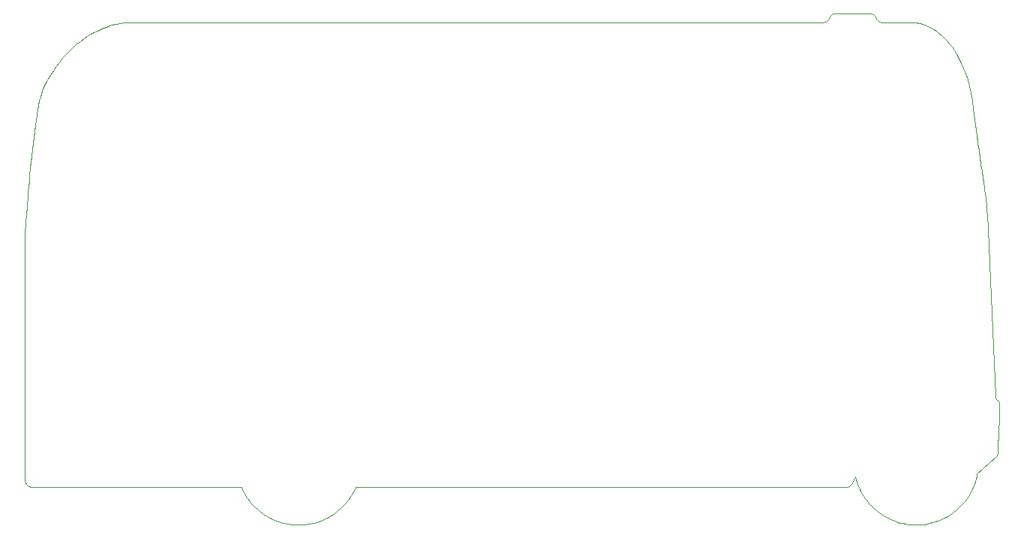
<source format=gm1>
G04 #@! TF.GenerationSoftware,KiCad,Pcbnew,(5.1.10)-1*
G04 #@! TF.CreationDate,2021-12-12T20:23:01-05:00*
G04 #@! TF.ProjectId,Bus Ornament,42757320-4f72-46e6-916d-656e742e6b69,rev?*
G04 #@! TF.SameCoordinates,Original*
G04 #@! TF.FileFunction,Profile,NP*
%FSLAX46Y46*%
G04 Gerber Fmt 4.6, Leading zero omitted, Abs format (unit mm)*
G04 Created by KiCad (PCBNEW (5.1.10)-1) date 2021-12-12 20:23:01*
%MOMM*%
%LPD*%
G01*
G04 APERTURE LIST*
G04 #@! TA.AperFunction,Profile*
%ADD10C,0.100000*%
G04 #@! TD*
G04 APERTURE END LIST*
D10*
X158648262Y-139634661D02*
X158965481Y-139627465D01*
X158965481Y-139627465D02*
X159279626Y-139606073D01*
X159279626Y-139606073D02*
X159590349Y-139570778D01*
X159590349Y-139570778D02*
X159897304Y-139521870D01*
X159897304Y-139521870D02*
X160200144Y-139459643D01*
X160200144Y-139459643D02*
X160498523Y-139384388D01*
X160498523Y-139384388D02*
X160792094Y-139296398D01*
X160792094Y-139296398D02*
X161080510Y-139195964D01*
X161080510Y-139195964D02*
X161363426Y-139083379D01*
X161363426Y-139083379D02*
X161640494Y-138958935D01*
X161640494Y-138958935D02*
X161911369Y-138822924D01*
X161911369Y-138822924D02*
X162175703Y-138675639D01*
X162175703Y-138675639D02*
X162433149Y-138517370D01*
X162433149Y-138517370D02*
X162683362Y-138348411D01*
X162683362Y-138348411D02*
X162925995Y-138169054D01*
X162925995Y-138169054D02*
X163160701Y-137979591D01*
X163160701Y-137979591D02*
X163387134Y-137780314D01*
X163387134Y-137780314D02*
X163604947Y-137571514D01*
X163604947Y-137571514D02*
X163813794Y-137353485D01*
X163813794Y-137353485D02*
X164013328Y-137126518D01*
X164013328Y-137126518D02*
X164203202Y-136890906D01*
X164203202Y-136890906D02*
X164383070Y-136646940D01*
X164383070Y-136646940D02*
X164552586Y-136394913D01*
X164552586Y-136394913D02*
X164711402Y-136135117D01*
X164711402Y-136135117D02*
X164859173Y-135867844D01*
X164859173Y-135867844D02*
X164995552Y-135593386D01*
X164995552Y-135593386D02*
X165120192Y-135312036D01*
X165120192Y-135312036D02*
X165232747Y-135024085D01*
X165232747Y-135024085D02*
X165332869Y-134729825D01*
X165332869Y-134729825D02*
X165420214Y-134429549D01*
X165420214Y-134429549D02*
X165494433Y-134123549D01*
X165494433Y-134123549D02*
X165555182Y-133812118D01*
X167750895Y-125450424D02*
X167686978Y-125364829D01*
X167686978Y-125364829D02*
X167641198Y-125269181D01*
X167641198Y-125269181D02*
X167614708Y-125166286D01*
X167614708Y-125166286D02*
X167608753Y-125107026D01*
X167942208Y-128663602D02*
X167964044Y-128559640D01*
X167964044Y-128559640D02*
X168012085Y-128457079D01*
X168012085Y-128457079D02*
X168060126Y-128355455D01*
X168060126Y-128355455D02*
X168081963Y-128254307D01*
X167908382Y-131374745D02*
X167910601Y-131228317D01*
X167910601Y-131228317D02*
X167912529Y-131099396D01*
X167912529Y-131099396D02*
X167914903Y-130938833D01*
X167914903Y-130938833D02*
X167917625Y-130752335D01*
X167917625Y-130752335D02*
X167919084Y-130651143D01*
X167919084Y-130651143D02*
X167920593Y-130545607D01*
X167920593Y-130545607D02*
X167922140Y-130436440D01*
X167922140Y-130436440D02*
X167923711Y-130324355D01*
X167923711Y-130324355D02*
X167925295Y-130210066D01*
X167925295Y-130210066D02*
X167926878Y-130094285D01*
X167926878Y-130094285D02*
X167928449Y-129977726D01*
X167928449Y-129977726D02*
X167929996Y-129861102D01*
X167929996Y-129861102D02*
X167931505Y-129745126D01*
X167931505Y-129745126D02*
X167932964Y-129630512D01*
X167932964Y-129630512D02*
X167934362Y-129517973D01*
X167934362Y-129517973D02*
X167935686Y-129408222D01*
X167935686Y-129408222D02*
X167936922Y-129301972D01*
X167936922Y-129301972D02*
X167938060Y-129199936D01*
X167938060Y-129199936D02*
X167939988Y-129011361D01*
X167939988Y-129011361D02*
X167941371Y-128848202D01*
X167941371Y-128848202D02*
X167942110Y-128716166D01*
X167942110Y-128716166D02*
X167942208Y-128663602D01*
X151810787Y-134162846D02*
X151884131Y-134458979D01*
X151884131Y-134458979D02*
X151969689Y-134749569D01*
X151969689Y-134749569D02*
X152067146Y-135034361D01*
X152067146Y-135034361D02*
X152176184Y-135313104D01*
X152176184Y-135313104D02*
X152296487Y-135585543D01*
X152296487Y-135585543D02*
X152427741Y-135851427D01*
X152427741Y-135851427D02*
X152569628Y-136110501D01*
X152569628Y-136110501D02*
X152721833Y-136362514D01*
X152721833Y-136362514D02*
X152884039Y-136607212D01*
X152884039Y-136607212D02*
X153055930Y-136844342D01*
X153055930Y-136844342D02*
X153237191Y-137073652D01*
X153237191Y-137073652D02*
X153427505Y-137294888D01*
X153427505Y-137294888D02*
X153626557Y-137507798D01*
X153626557Y-137507798D02*
X153834030Y-137712129D01*
X153834030Y-137712129D02*
X154049607Y-137907627D01*
X154049607Y-137907627D02*
X154272974Y-138094040D01*
X154272974Y-138094040D02*
X154503814Y-138271114D01*
X154503814Y-138271114D02*
X154741811Y-138438598D01*
X154741811Y-138438598D02*
X154986649Y-138596237D01*
X154986649Y-138596237D02*
X155238012Y-138743780D01*
X155238012Y-138743780D02*
X155495584Y-138880973D01*
X155495584Y-138880973D02*
X155759048Y-139007562D01*
X155759048Y-139007562D02*
X156028089Y-139123297D01*
X156028089Y-139123297D02*
X156302391Y-139227922D01*
X156302391Y-139227922D02*
X156581637Y-139321186D01*
X156581637Y-139321186D02*
X156865512Y-139402835D01*
X156865512Y-139402835D02*
X157153700Y-139472617D01*
X157153700Y-139472617D02*
X157445883Y-139530278D01*
X157445883Y-139530278D02*
X157741747Y-139575566D01*
X157741747Y-139575566D02*
X158040976Y-139608228D01*
X158040976Y-139608228D02*
X158343253Y-139628010D01*
X158343253Y-139628010D02*
X158648262Y-139634661D01*
X150732118Y-135382000D02*
X150842558Y-135374065D01*
X150842558Y-135374065D02*
X150949100Y-135350846D01*
X150949100Y-135350846D02*
X151050366Y-135313218D01*
X151050366Y-135313218D02*
X151144976Y-135262055D01*
X151144976Y-135262055D02*
X151231552Y-135198234D01*
X151231552Y-135198234D02*
X151308716Y-135122629D01*
X151308716Y-135122629D02*
X151375087Y-135036115D01*
X151375087Y-135036115D02*
X151429288Y-134939569D01*
X95391911Y-135382652D02*
X95550662Y-135382650D01*
X95550662Y-135382650D02*
X96013407Y-135382644D01*
X96013407Y-135382644D02*
X96759878Y-135382636D01*
X96759878Y-135382636D02*
X97769810Y-135382624D01*
X97769810Y-135382624D02*
X99022936Y-135382610D01*
X99022936Y-135382610D02*
X100498990Y-135382593D01*
X100498990Y-135382593D02*
X102177706Y-135382573D01*
X102177706Y-135382573D02*
X104038818Y-135382552D01*
X104038818Y-135382552D02*
X106062059Y-135382528D01*
X106062059Y-135382528D02*
X108227164Y-135382503D01*
X108227164Y-135382503D02*
X110513865Y-135382477D01*
X110513865Y-135382477D02*
X112901898Y-135382449D01*
X112901898Y-135382449D02*
X115370995Y-135382421D01*
X115370995Y-135382421D02*
X117900891Y-135382391D01*
X117900891Y-135382391D02*
X120471319Y-135382361D01*
X120471319Y-135382361D02*
X123062014Y-135382331D01*
X123062014Y-135382331D02*
X125652709Y-135382301D01*
X125652709Y-135382301D02*
X128223137Y-135382271D01*
X128223137Y-135382271D02*
X130753033Y-135382241D01*
X130753033Y-135382241D02*
X133222130Y-135382212D01*
X133222130Y-135382212D02*
X135610163Y-135382184D01*
X135610163Y-135382184D02*
X137896864Y-135382157D01*
X137896864Y-135382157D02*
X140061969Y-135382132D01*
X140061969Y-135382132D02*
X142085210Y-135382108D01*
X142085210Y-135382108D02*
X143946322Y-135382085D01*
X143946322Y-135382085D02*
X145625038Y-135382065D01*
X145625038Y-135382065D02*
X147101092Y-135382047D01*
X147101092Y-135382047D02*
X148354218Y-135382032D01*
X148354218Y-135382032D02*
X149364150Y-135382019D01*
X149364150Y-135382019D02*
X150110621Y-135382009D01*
X150110621Y-135382009D02*
X150573366Y-135382003D01*
X150573366Y-135382003D02*
X150732118Y-135382000D01*
X82505989Y-135384083D02*
X82613427Y-135622692D01*
X82613427Y-135622692D02*
X82729090Y-135855906D01*
X82729090Y-135855906D02*
X82852761Y-136083583D01*
X82852761Y-136083583D02*
X82984224Y-136305579D01*
X82984224Y-136305579D02*
X83123262Y-136521752D01*
X83123262Y-136521752D02*
X83269658Y-136731958D01*
X83269658Y-136731958D02*
X83423195Y-136936055D01*
X83423195Y-136936055D02*
X83583656Y-137133899D01*
X83583656Y-137133899D02*
X83750826Y-137325348D01*
X83750826Y-137325348D02*
X83924487Y-137510259D01*
X83924487Y-137510259D02*
X84104422Y-137688488D01*
X84104422Y-137688488D02*
X84290415Y-137859892D01*
X84290415Y-137859892D02*
X84482249Y-138024329D01*
X84482249Y-138024329D02*
X84679707Y-138181656D01*
X84679707Y-138181656D02*
X84882572Y-138331729D01*
X84882572Y-138331729D02*
X85090629Y-138474406D01*
X85090629Y-138474406D02*
X85303660Y-138609544D01*
X85303660Y-138609544D02*
X85521448Y-138736999D01*
X85521448Y-138736999D02*
X85743777Y-138856629D01*
X85743777Y-138856629D02*
X85970429Y-138968291D01*
X85970429Y-138968291D02*
X86201189Y-139071842D01*
X86201189Y-139071842D02*
X86435840Y-139167138D01*
X86435840Y-139167138D02*
X86674164Y-139254037D01*
X86674164Y-139254037D02*
X86915945Y-139332396D01*
X86915945Y-139332396D02*
X87160967Y-139402071D01*
X87160967Y-139402071D02*
X87409012Y-139462921D01*
X87409012Y-139462921D02*
X87659864Y-139514801D01*
X87659864Y-139514801D02*
X87913307Y-139557569D01*
X87913307Y-139557569D02*
X88169122Y-139591082D01*
X88169122Y-139591082D02*
X88427095Y-139615197D01*
X88427095Y-139615197D02*
X88687008Y-139629771D01*
X88687008Y-139629771D02*
X88948644Y-139634661D01*
X88948644Y-139634661D02*
X89210331Y-139629769D01*
X89210331Y-139629769D02*
X89470295Y-139615189D01*
X89470295Y-139615189D02*
X89728317Y-139591065D01*
X89728317Y-139591065D02*
X89984182Y-139557539D01*
X89984182Y-139557539D02*
X90237671Y-139514754D01*
X90237671Y-139514754D02*
X90488569Y-139462854D01*
X90488569Y-139462854D02*
X90736659Y-139401981D01*
X90736659Y-139401981D02*
X90981723Y-139332279D01*
X90981723Y-139332279D02*
X91223545Y-139253890D01*
X91223545Y-139253890D02*
X91461908Y-139166959D01*
X91461908Y-139166959D02*
X91696595Y-139071627D01*
X91696595Y-139071627D02*
X91927390Y-138968038D01*
X91927390Y-138968038D02*
X92154075Y-138856336D01*
X92154075Y-138856336D02*
X92376434Y-138736662D01*
X92376434Y-138736662D02*
X92594250Y-138609161D01*
X92594250Y-138609161D02*
X92807306Y-138473975D01*
X92807306Y-138473975D02*
X93015385Y-138331248D01*
X93015385Y-138331248D02*
X93218270Y-138181122D01*
X93218270Y-138181122D02*
X93415745Y-138023741D01*
X93415745Y-138023741D02*
X93607593Y-137859247D01*
X93607593Y-137859247D02*
X93793596Y-137687785D01*
X93793596Y-137687785D02*
X93973539Y-137509496D01*
X93973539Y-137509496D02*
X94147204Y-137324524D01*
X94147204Y-137324524D02*
X94314374Y-137133012D01*
X94314374Y-137133012D02*
X94474833Y-136935104D01*
X94474833Y-136935104D02*
X94628363Y-136730941D01*
X94628363Y-136730941D02*
X94774749Y-136520668D01*
X94774749Y-136520668D02*
X94913772Y-136304428D01*
X94913772Y-136304428D02*
X95045217Y-136082363D01*
X95045217Y-136082363D02*
X95168866Y-135854616D01*
X95168866Y-135854616D02*
X95284503Y-135621331D01*
X95284503Y-135621331D02*
X95391911Y-135382652D01*
X58081963Y-106571771D02*
X58081963Y-134535964D01*
X60118439Y-90354773D02*
X60014759Y-90605537D01*
X60014759Y-90605537D02*
X59912314Y-90919455D01*
X59912314Y-90919455D02*
X59811237Y-91291863D01*
X59811237Y-91291863D02*
X59711665Y-91718098D01*
X59711665Y-91718098D02*
X59613730Y-92193495D01*
X59613730Y-92193495D02*
X59517570Y-92713392D01*
X59517570Y-92713392D02*
X59423318Y-93273123D01*
X59423318Y-93273123D02*
X59331109Y-93868027D01*
X59331109Y-93868027D02*
X59241079Y-94493439D01*
X59241079Y-94493439D02*
X59153362Y-95144695D01*
X59153362Y-95144695D02*
X59068093Y-95817132D01*
X59068093Y-95817132D02*
X58985408Y-96506087D01*
X58985408Y-96506087D02*
X58905440Y-97206895D01*
X58905440Y-97206895D02*
X58828326Y-97914893D01*
X58828326Y-97914893D02*
X58754199Y-98625417D01*
X58754199Y-98625417D02*
X58683196Y-99333804D01*
X58683196Y-99333804D02*
X58615450Y-100035389D01*
X58615450Y-100035389D02*
X58551098Y-100725510D01*
X58551098Y-100725510D02*
X58490272Y-101399503D01*
X58490272Y-101399503D02*
X58433110Y-102052704D01*
X58433110Y-102052704D02*
X58379745Y-102680449D01*
X58379745Y-102680449D02*
X58330313Y-103278075D01*
X58330313Y-103278075D02*
X58284948Y-103840918D01*
X58284948Y-103840918D02*
X58243785Y-104364314D01*
X58243785Y-104364314D02*
X58206960Y-104843600D01*
X58206960Y-104843600D02*
X58174607Y-105274112D01*
X58174607Y-105274112D02*
X58146861Y-105651187D01*
X58146861Y-105651187D02*
X58123857Y-105970161D01*
X58123857Y-105970161D02*
X58105731Y-106226370D01*
X58105731Y-106226370D02*
X58092616Y-106415150D01*
X58092616Y-106415150D02*
X58084648Y-106531838D01*
X58084648Y-106531838D02*
X58081963Y-106571771D01*
X167639935Y-131986159D02*
X167716541Y-131909117D01*
X167716541Y-131909117D02*
X167781203Y-131823195D01*
X167781203Y-131823195D02*
X167833310Y-131729776D01*
X167833310Y-131729776D02*
X167872256Y-131630247D01*
X167872256Y-131630247D02*
X167897430Y-131525995D01*
X167897430Y-131525995D02*
X167908226Y-131418405D01*
X167908226Y-131418405D02*
X167908382Y-131374745D01*
X69701875Y-82852730D02*
X69550854Y-82858905D01*
X69550854Y-82858905D02*
X69437488Y-82867371D01*
X69437488Y-82867371D02*
X69295168Y-82881332D01*
X69295168Y-82881332D02*
X69125430Y-82902159D01*
X69125430Y-82902159D02*
X68929808Y-82931228D01*
X68929808Y-82931228D02*
X68709840Y-82969913D01*
X68709840Y-82969913D02*
X68467059Y-83019586D01*
X68467059Y-83019586D02*
X68203001Y-83081622D01*
X68203001Y-83081622D02*
X67919202Y-83157394D01*
X67919202Y-83157394D02*
X67617197Y-83248277D01*
X67617197Y-83248277D02*
X67298522Y-83355644D01*
X67298522Y-83355644D02*
X66964712Y-83480869D01*
X66964712Y-83480869D02*
X66617302Y-83625326D01*
X66617302Y-83625326D02*
X66257829Y-83790388D01*
X66257829Y-83790388D02*
X65887826Y-83977430D01*
X65887826Y-83977430D02*
X65508830Y-84187825D01*
X65508830Y-84187825D02*
X65122377Y-84422947D01*
X65122377Y-84422947D02*
X64730001Y-84684170D01*
X64730001Y-84684170D02*
X64333238Y-84972867D01*
X64333238Y-84972867D02*
X63933623Y-85290413D01*
X63933623Y-85290413D02*
X63532693Y-85638181D01*
X63532693Y-85638181D02*
X63131981Y-86017545D01*
X63131981Y-86017545D02*
X62733025Y-86429879D01*
X62733025Y-86429879D02*
X62337359Y-86876557D01*
X62337359Y-86876557D02*
X61946518Y-87358952D01*
X61946518Y-87358952D02*
X61562038Y-87878438D01*
X61562038Y-87878438D02*
X61185455Y-88436390D01*
X61185455Y-88436390D02*
X60818304Y-89034180D01*
X60818304Y-89034180D02*
X60462120Y-89673183D01*
X60462120Y-89673183D02*
X60118439Y-90354773D01*
X148160989Y-82852730D02*
X69701875Y-82852730D01*
X148721277Y-82544796D02*
X148657918Y-82628996D01*
X148657918Y-82628996D02*
X148583123Y-82701193D01*
X148583123Y-82701193D02*
X148498581Y-82760458D01*
X148498581Y-82760458D02*
X148405983Y-82805862D01*
X148405983Y-82805862D02*
X148307018Y-82836478D01*
X148307018Y-82836478D02*
X148203376Y-82851378D01*
X148203376Y-82851378D02*
X148160989Y-82852730D01*
X148981592Y-82134926D02*
X148721277Y-82544796D01*
X149541880Y-81826992D02*
X149436840Y-81835345D01*
X149436840Y-81835345D02*
X149335802Y-81859786D01*
X149335802Y-81859786D02*
X149240454Y-81899386D01*
X149240454Y-81899386D02*
X149152487Y-81953218D01*
X149152487Y-81953218D02*
X149073591Y-82020353D01*
X149073591Y-82020353D02*
X149005455Y-82099864D01*
X149005455Y-82099864D02*
X148981592Y-82134926D01*
X158228988Y-82852730D02*
X154797798Y-82852730D01*
X168081963Y-128254307D02*
X168081963Y-128146360D01*
X168081963Y-128146360D02*
X168081963Y-128014418D01*
X168081963Y-128014418D02*
X168081963Y-127862752D01*
X168081963Y-127862752D02*
X168081963Y-127695635D01*
X168081963Y-127695635D02*
X168081963Y-127517338D01*
X168081963Y-127517338D02*
X168081963Y-127332133D01*
X168081963Y-127332133D02*
X168081963Y-127144292D01*
X168081963Y-127144292D02*
X168081963Y-126958087D01*
X168081963Y-126958087D02*
X168081963Y-126777790D01*
X168081963Y-126777790D02*
X168081963Y-126607673D01*
X168081963Y-126607673D02*
X168081963Y-126452007D01*
X168081963Y-126452007D02*
X168081963Y-126315064D01*
X168081963Y-126315064D02*
X168081963Y-126201117D01*
X168081963Y-126201117D02*
X168081963Y-126082658D01*
X168081963Y-126082658D02*
X168081963Y-126039968D01*
X154237510Y-82544796D02*
X153977196Y-82134926D01*
X167608753Y-125107026D02*
X166664259Y-104426635D01*
X154797798Y-82852730D02*
X154692758Y-82844376D01*
X154692758Y-82844376D02*
X154591720Y-82819935D01*
X154591720Y-82819935D02*
X154496372Y-82780335D01*
X154496372Y-82780335D02*
X154408406Y-82726503D01*
X154408406Y-82726503D02*
X154329509Y-82659368D01*
X154329509Y-82659368D02*
X154261373Y-82579857D01*
X154261373Y-82579857D02*
X154237510Y-82544796D01*
X153416908Y-81826992D02*
X149541880Y-81826992D01*
X153977196Y-82134926D02*
X153913837Y-82050725D01*
X153913837Y-82050725D02*
X153839042Y-81978528D01*
X153839042Y-81978528D02*
X153754500Y-81919263D01*
X153754500Y-81919263D02*
X153661902Y-81873859D01*
X153661902Y-81873859D02*
X153562937Y-81843243D01*
X153562937Y-81843243D02*
X153459295Y-81828343D01*
X153459295Y-81828343D02*
X153416908Y-81826992D01*
X165097114Y-92555978D02*
X164972454Y-91674151D01*
X164972454Y-91674151D02*
X164823391Y-90847439D01*
X164823391Y-90847439D02*
X164651784Y-90074061D01*
X164651784Y-90074061D02*
X164459494Y-89352240D01*
X164459494Y-89352240D02*
X164248381Y-88680197D01*
X164248381Y-88680197D02*
X164020304Y-88056154D01*
X164020304Y-88056154D02*
X163777122Y-87478333D01*
X163777122Y-87478333D02*
X163520697Y-86944954D01*
X163520697Y-86944954D02*
X163252888Y-86454239D01*
X163252888Y-86454239D02*
X162975554Y-86004411D01*
X162975554Y-86004411D02*
X162690557Y-85593690D01*
X162690557Y-85593690D02*
X162399754Y-85220297D01*
X162399754Y-85220297D02*
X162105007Y-84882456D01*
X162105007Y-84882456D02*
X161808176Y-84578386D01*
X161808176Y-84578386D02*
X161511119Y-84306311D01*
X161511119Y-84306311D02*
X161215698Y-84064450D01*
X161215698Y-84064450D02*
X160923772Y-83851026D01*
X160923772Y-83851026D02*
X160637200Y-83664261D01*
X160637200Y-83664261D02*
X160357843Y-83502375D01*
X160357843Y-83502375D02*
X160087561Y-83363591D01*
X160087561Y-83363591D02*
X159828213Y-83246129D01*
X159828213Y-83246129D02*
X159581659Y-83148212D01*
X159581659Y-83148212D02*
X159349760Y-83068062D01*
X159349760Y-83068062D02*
X159134375Y-83003898D01*
X159134375Y-83003898D02*
X158937364Y-82953944D01*
X158937364Y-82953944D02*
X158760587Y-82916420D01*
X158760587Y-82916420D02*
X158605903Y-82889549D01*
X158605903Y-82889549D02*
X158475173Y-82871552D01*
X158475173Y-82871552D02*
X158370257Y-82860649D01*
X158370257Y-82860649D02*
X158245304Y-82853017D01*
X158245304Y-82853017D02*
X158228988Y-82852730D01*
X166457427Y-102275003D02*
X166426421Y-102064254D01*
X166426421Y-102064254D02*
X166393213Y-101838210D01*
X166393213Y-101838210D02*
X166357948Y-101597800D01*
X166357948Y-101597800D02*
X166320772Y-101343954D01*
X166320772Y-101343954D02*
X166281830Y-101077601D01*
X166281830Y-101077601D02*
X166241271Y-100799671D01*
X166241271Y-100799671D02*
X166199238Y-100511094D01*
X166199238Y-100511094D02*
X166155879Y-100212800D01*
X166155879Y-100212800D02*
X166111339Y-99905719D01*
X166111339Y-99905719D02*
X166065765Y-99590780D01*
X166065765Y-99590780D02*
X166019303Y-99268913D01*
X166019303Y-99268913D02*
X165972098Y-98941048D01*
X165972098Y-98941048D02*
X165924297Y-98608115D01*
X165924297Y-98608115D02*
X165876046Y-98271043D01*
X165876046Y-98271043D02*
X165827492Y-97930762D01*
X165827492Y-97930762D02*
X165778779Y-97588202D01*
X165778779Y-97588202D02*
X165730055Y-97244293D01*
X165730055Y-97244293D02*
X165681464Y-96899964D01*
X165681464Y-96899964D02*
X165633155Y-96556145D01*
X165633155Y-96556145D02*
X165585271Y-96213767D01*
X165585271Y-96213767D02*
X165537961Y-95873758D01*
X165537961Y-95873758D02*
X165491368Y-95537048D01*
X165491368Y-95537048D02*
X165445641Y-95204568D01*
X165445641Y-95204568D02*
X165400925Y-94877247D01*
X165400925Y-94877247D02*
X165357365Y-94556015D01*
X165357365Y-94556015D02*
X165315109Y-94241802D01*
X165315109Y-94241802D02*
X165274301Y-93935536D01*
X165274301Y-93935536D02*
X165235089Y-93638149D01*
X165235089Y-93638149D02*
X165197618Y-93350570D01*
X165197618Y-93350570D02*
X165162034Y-93073729D01*
X165162034Y-93073729D02*
X165128484Y-92808554D01*
X165128484Y-92808554D02*
X165097114Y-92555978D01*
X166664259Y-104426635D02*
X166657663Y-104291481D01*
X166657663Y-104291481D02*
X166650227Y-104156436D01*
X166650227Y-104156436D02*
X166641950Y-104021494D01*
X166641950Y-104021494D02*
X166632830Y-103886652D01*
X166632830Y-103886652D02*
X166622868Y-103751906D01*
X166622868Y-103751906D02*
X166612061Y-103617253D01*
X166612061Y-103617253D02*
X166600411Y-103482689D01*
X166600411Y-103482689D02*
X166587915Y-103348210D01*
X166587915Y-103348210D02*
X166574572Y-103213813D01*
X166574572Y-103213813D02*
X166560384Y-103079494D01*
X166560384Y-103079494D02*
X166545347Y-102945248D01*
X166545347Y-102945248D02*
X166529463Y-102811073D01*
X166529463Y-102811073D02*
X166512729Y-102676965D01*
X166512729Y-102676965D02*
X166495146Y-102542919D01*
X166495146Y-102542919D02*
X166476712Y-102408933D01*
X166476712Y-102408933D02*
X166457427Y-102275003D01*
X167929390Y-125646191D02*
X167750895Y-125450424D01*
X151429288Y-134939569D02*
X151810787Y-134162846D01*
X168081963Y-126039968D02*
X168071928Y-125932122D01*
X168071928Y-125932122D02*
X168042490Y-125828821D01*
X168042490Y-125828821D02*
X167994645Y-125732649D01*
X167994645Y-125732649D02*
X167929390Y-125646191D01*
X165555182Y-133812118D02*
X167639935Y-131986159D01*
X58081963Y-134535964D02*
X58091711Y-134664808D01*
X58091711Y-134664808D02*
X58119998Y-134787552D01*
X58119998Y-134787552D02*
X58165389Y-134902759D01*
X58165389Y-134902759D02*
X58226450Y-135008994D01*
X58226450Y-135008994D02*
X58301745Y-135104822D01*
X58301745Y-135104822D02*
X58389838Y-135188809D01*
X58389838Y-135188809D02*
X58489295Y-135259518D01*
X58489295Y-135259518D02*
X58598680Y-135315515D01*
X58598680Y-135315515D02*
X58716559Y-135355365D01*
X58716559Y-135355365D02*
X58841496Y-135377632D01*
X58841496Y-135377632D02*
X58928000Y-135382000D01*
X58928000Y-135382000D02*
X82505990Y-135382000D01*
M02*

</source>
